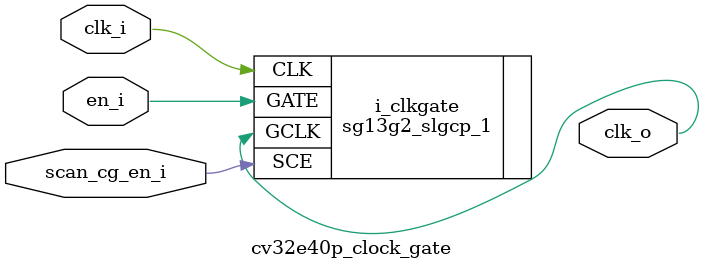
<source format=sv>
module cv32e40p_clock_gate (
  input  logic clk_i,
  input  logic en_i,
  input  logic scan_cg_en_i,
  output logic clk_o
);

    (* keep *)(* dont_touch = "true" *)
    sg13g2_slgcp_1 i_clkgate (
      .GATE ( en_i  ),
      .SCE  ( scan_cg_en_i ),
      .CLK  ( clk_i ),
      .GCLK ( clk_o )
    );

endmodule
</source>
